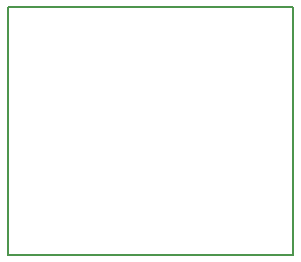
<source format=gm1>
G04 #@! TF.GenerationSoftware,KiCad,Pcbnew,(5.1.2-1)-1*
G04 #@! TF.CreationDate,2020-04-09T00:53:56-04:00*
G04 #@! TF.ProjectId,thonkiconn_breadboard_adapter_v3,74686f6e-6b69-4636-9f6e-6e5f62726561,rev?*
G04 #@! TF.SameCoordinates,Original*
G04 #@! TF.FileFunction,Profile,NP*
%FSLAX46Y46*%
G04 Gerber Fmt 4.6, Leading zero omitted, Abs format (unit mm)*
G04 Created by KiCad (PCBNEW (5.1.2-1)-1) date 2020-04-09 00:53:56*
%MOMM*%
%LPD*%
G04 APERTURE LIST*
%ADD10C,0.150000*%
G04 APERTURE END LIST*
D10*
X137795000Y-86995000D02*
X161925000Y-86995000D01*
X137795000Y-66040000D02*
X137795000Y-86995000D01*
X161925000Y-66040000D02*
X137795000Y-66040000D01*
X161925000Y-86995000D02*
X161925000Y-66040000D01*
M02*

</source>
